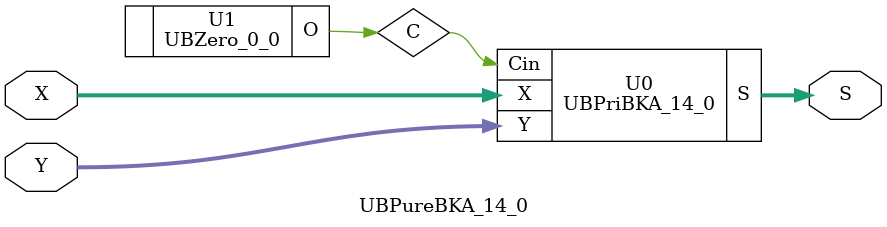
<source format=v>
/*----------------------------------------------------------------------------
  Copyright (c) 2021 Homma laboratory. All rights reserved.

  Top module: UBBKA_14_0_14_0

  Operand-1 length: 15
  Operand-2 length: 15
  Two-operand addition algorithm: Brent-Kung adder
----------------------------------------------------------------------------*/

module GPGenerator(Go, Po, A, B);
  output Go;
  output Po;
  input A;
  input B;
  assign Go = A & B;
  assign Po = A ^ B;
endmodule

module CarryOperator(Go, Po, Gi1, Pi1, Gi2, Pi2);
  output Go;
  output Po;
  input Gi1;
  input Gi2;
  input Pi1;
  input Pi2;
  assign Go = Gi1 | ( Gi2 & Pi1 );
  assign Po = Pi1 & Pi2;
endmodule

module UBPriBKA_14_0(S, X, Y, Cin);
  output [15:0] S;
  input Cin;
  input [14:0] X;
  input [14:0] Y;
  wire [14:0] G0;
  wire [14:0] G1;
  wire [14:0] G2;
  wire [14:0] G3;
  wire [14:0] G4;
  wire [14:0] G5;
  wire [14:0] G6;
  wire [14:0] P0;
  wire [14:0] P1;
  wire [14:0] P2;
  wire [14:0] P3;
  wire [14:0] P4;
  wire [14:0] P5;
  wire [14:0] P6;
  assign P1[0] = P0[0];
  assign G1[0] = G0[0];
  assign P1[2] = P0[2];
  assign G1[2] = G0[2];
  assign P1[4] = P0[4];
  assign G1[4] = G0[4];
  assign P1[6] = P0[6];
  assign G1[6] = G0[6];
  assign P1[8] = P0[8];
  assign G1[8] = G0[8];
  assign P1[10] = P0[10];
  assign G1[10] = G0[10];
  assign P1[12] = P0[12];
  assign G1[12] = G0[12];
  assign P1[14] = P0[14];
  assign G1[14] = G0[14];
  assign P2[0] = P1[0];
  assign G2[0] = G1[0];
  assign P2[1] = P1[1];
  assign G2[1] = G1[1];
  assign P2[2] = P1[2];
  assign G2[2] = G1[2];
  assign P2[4] = P1[4];
  assign G2[4] = G1[4];
  assign P2[5] = P1[5];
  assign G2[5] = G1[5];
  assign P2[6] = P1[6];
  assign G2[6] = G1[6];
  assign P2[8] = P1[8];
  assign G2[8] = G1[8];
  assign P2[9] = P1[9];
  assign G2[9] = G1[9];
  assign P2[10] = P1[10];
  assign G2[10] = G1[10];
  assign P2[12] = P1[12];
  assign G2[12] = G1[12];
  assign P2[13] = P1[13];
  assign G2[13] = G1[13];
  assign P2[14] = P1[14];
  assign G2[14] = G1[14];
  assign P3[0] = P2[0];
  assign G3[0] = G2[0];
  assign P3[1] = P2[1];
  assign G3[1] = G2[1];
  assign P3[2] = P2[2];
  assign G3[2] = G2[2];
  assign P3[3] = P2[3];
  assign G3[3] = G2[3];
  assign P3[4] = P2[4];
  assign G3[4] = G2[4];
  assign P3[5] = P2[5];
  assign G3[5] = G2[5];
  assign P3[6] = P2[6];
  assign G3[6] = G2[6];
  assign P3[8] = P2[8];
  assign G3[8] = G2[8];
  assign P3[9] = P2[9];
  assign G3[9] = G2[9];
  assign P3[10] = P2[10];
  assign G3[10] = G2[10];
  assign P3[11] = P2[11];
  assign G3[11] = G2[11];
  assign P3[12] = P2[12];
  assign G3[12] = G2[12];
  assign P3[13] = P2[13];
  assign G3[13] = G2[13];
  assign P3[14] = P2[14];
  assign G3[14] = G2[14];
  assign P4[0] = P3[0];
  assign G4[0] = G3[0];
  assign P4[1] = P3[1];
  assign G4[1] = G3[1];
  assign P4[2] = P3[2];
  assign G4[2] = G3[2];
  assign P4[3] = P3[3];
  assign G4[3] = G3[3];
  assign P4[4] = P3[4];
  assign G4[4] = G3[4];
  assign P4[5] = P3[5];
  assign G4[5] = G3[5];
  assign P4[6] = P3[6];
  assign G4[6] = G3[6];
  assign P4[7] = P3[7];
  assign G4[7] = G3[7];
  assign P4[8] = P3[8];
  assign G4[8] = G3[8];
  assign P4[9] = P3[9];
  assign G4[9] = G3[9];
  assign P4[10] = P3[10];
  assign G4[10] = G3[10];
  assign P4[12] = P3[12];
  assign G4[12] = G3[12];
  assign P4[13] = P3[13];
  assign G4[13] = G3[13];
  assign P4[14] = P3[14];
  assign G4[14] = G3[14];
  assign P5[0] = P4[0];
  assign G5[0] = G4[0];
  assign P5[1] = P4[1];
  assign G5[1] = G4[1];
  assign P5[2] = P4[2];
  assign G5[2] = G4[2];
  assign P5[3] = P4[3];
  assign G5[3] = G4[3];
  assign P5[4] = P4[4];
  assign G5[4] = G4[4];
  assign P5[6] = P4[6];
  assign G5[6] = G4[6];
  assign P5[7] = P4[7];
  assign G5[7] = G4[7];
  assign P5[8] = P4[8];
  assign G5[8] = G4[8];
  assign P5[10] = P4[10];
  assign G5[10] = G4[10];
  assign P5[11] = P4[11];
  assign G5[11] = G4[11];
  assign P5[12] = P4[12];
  assign G5[12] = G4[12];
  assign P5[14] = P4[14];
  assign G5[14] = G4[14];
  assign P6[0] = P5[0];
  assign G6[0] = G5[0];
  assign P6[1] = P5[1];
  assign G6[1] = G5[1];
  assign P6[3] = P5[3];
  assign G6[3] = G5[3];
  assign P6[5] = P5[5];
  assign G6[5] = G5[5];
  assign P6[7] = P5[7];
  assign G6[7] = G5[7];
  assign P6[9] = P5[9];
  assign G6[9] = G5[9];
  assign P6[11] = P5[11];
  assign G6[11] = G5[11];
  assign P6[13] = P5[13];
  assign G6[13] = G5[13];
  assign S[0] = Cin ^ P0[0];
  assign S[1] = ( G6[0] | ( P6[0] & Cin ) ) ^ P0[1];
  assign S[2] = ( G6[1] | ( P6[1] & Cin ) ) ^ P0[2];
  assign S[3] = ( G6[2] | ( P6[2] & Cin ) ) ^ P0[3];
  assign S[4] = ( G6[3] | ( P6[3] & Cin ) ) ^ P0[4];
  assign S[5] = ( G6[4] | ( P6[4] & Cin ) ) ^ P0[5];
  assign S[6] = ( G6[5] | ( P6[5] & Cin ) ) ^ P0[6];
  assign S[7] = ( G6[6] | ( P6[6] & Cin ) ) ^ P0[7];
  assign S[8] = ( G6[7] | ( P6[7] & Cin ) ) ^ P0[8];
  assign S[9] = ( G6[8] | ( P6[8] & Cin ) ) ^ P0[9];
  assign S[10] = ( G6[9] | ( P6[9] & Cin ) ) ^ P0[10];
  assign S[11] = ( G6[10] | ( P6[10] & Cin ) ) ^ P0[11];
  assign S[12] = ( G6[11] | ( P6[11] & Cin ) ) ^ P0[12];
  assign S[13] = ( G6[12] | ( P6[12] & Cin ) ) ^ P0[13];
  assign S[14] = ( G6[13] | ( P6[13] & Cin ) ) ^ P0[14];
  assign S[15] = G6[14] | ( P6[14] & Cin );
  GPGenerator U0 (G0[0], P0[0], X[0], Y[0]);
  GPGenerator U1 (G0[1], P0[1], X[1], Y[1]);
  GPGenerator U2 (G0[2], P0[2], X[2], Y[2]);
  GPGenerator U3 (G0[3], P0[3], X[3], Y[3]);
  GPGenerator U4 (G0[4], P0[4], X[4], Y[4]);
  GPGenerator U5 (G0[5], P0[5], X[5], Y[5]);
  GPGenerator U6 (G0[6], P0[6], X[6], Y[6]);
  GPGenerator U7 (G0[7], P0[7], X[7], Y[7]);
  GPGenerator U8 (G0[8], P0[8], X[8], Y[8]);
  GPGenerator U9 (G0[9], P0[9], X[9], Y[9]);
  GPGenerator U10 (G0[10], P0[10], X[10], Y[10]);
  GPGenerator U11 (G0[11], P0[11], X[11], Y[11]);
  GPGenerator U12 (G0[12], P0[12], X[12], Y[12]);
  GPGenerator U13 (G0[13], P0[13], X[13], Y[13]);
  GPGenerator U14 (G0[14], P0[14], X[14], Y[14]);
  CarryOperator U15 (G1[1], P1[1], G0[1], P0[1], G0[0], P0[0]);
  CarryOperator U16 (G1[3], P1[3], G0[3], P0[3], G0[2], P0[2]);
  CarryOperator U17 (G1[5], P1[5], G0[5], P0[5], G0[4], P0[4]);
  CarryOperator U18 (G1[7], P1[7], G0[7], P0[7], G0[6], P0[6]);
  CarryOperator U19 (G1[9], P1[9], G0[9], P0[9], G0[8], P0[8]);
  CarryOperator U20 (G1[11], P1[11], G0[11], P0[11], G0[10], P0[10]);
  CarryOperator U21 (G1[13], P1[13], G0[13], P0[13], G0[12], P0[12]);
  CarryOperator U22 (G2[3], P2[3], G1[3], P1[3], G1[1], P1[1]);
  CarryOperator U23 (G2[7], P2[7], G1[7], P1[7], G1[5], P1[5]);
  CarryOperator U24 (G2[11], P2[11], G1[11], P1[11], G1[9], P1[9]);
  CarryOperator U25 (G3[7], P3[7], G2[7], P2[7], G2[3], P2[3]);
  CarryOperator U26 (G4[11], P4[11], G3[11], P3[11], G3[7], P3[7]);
  CarryOperator U27 (G5[5], P5[5], G4[5], P4[5], G4[3], P4[3]);
  CarryOperator U28 (G5[9], P5[9], G4[9], P4[9], G4[7], P4[7]);
  CarryOperator U29 (G5[13], P5[13], G4[13], P4[13], G4[11], P4[11]);
  CarryOperator U30 (G6[2], P6[2], G5[2], P5[2], G5[1], P5[1]);
  CarryOperator U31 (G6[4], P6[4], G5[4], P5[4], G5[3], P5[3]);
  CarryOperator U32 (G6[6], P6[6], G5[6], P5[6], G5[5], P5[5]);
  CarryOperator U33 (G6[8], P6[8], G5[8], P5[8], G5[7], P5[7]);
  CarryOperator U34 (G6[10], P6[10], G5[10], P5[10], G5[9], P5[9]);
  CarryOperator U35 (G6[12], P6[12], G5[12], P5[12], G5[11], P5[11]);
  CarryOperator U36 (G6[14], P6[14], G5[14], P5[14], G5[13], P5[13]);
endmodule

module UBZero_0_0(O);
  output [0:0] O;
  assign O[0] = 0;
endmodule

module UBBKA_14_0_14_0 (S, X, Y);
  output [15:0] S;
  input [14:0] X;
  input [14:0] Y;
  UBPureBKA_14_0 U0 (S[15:0], X[14:0], Y[14:0]);
endmodule

module UBPureBKA_14_0 (S, X, Y);
  output [15:0] S;
  input [14:0] X;
  input [14:0] Y;
  wire C;
  UBPriBKA_14_0 U0 (S, X, Y, C);
  UBZero_0_0 U1 (C);
endmodule


</source>
